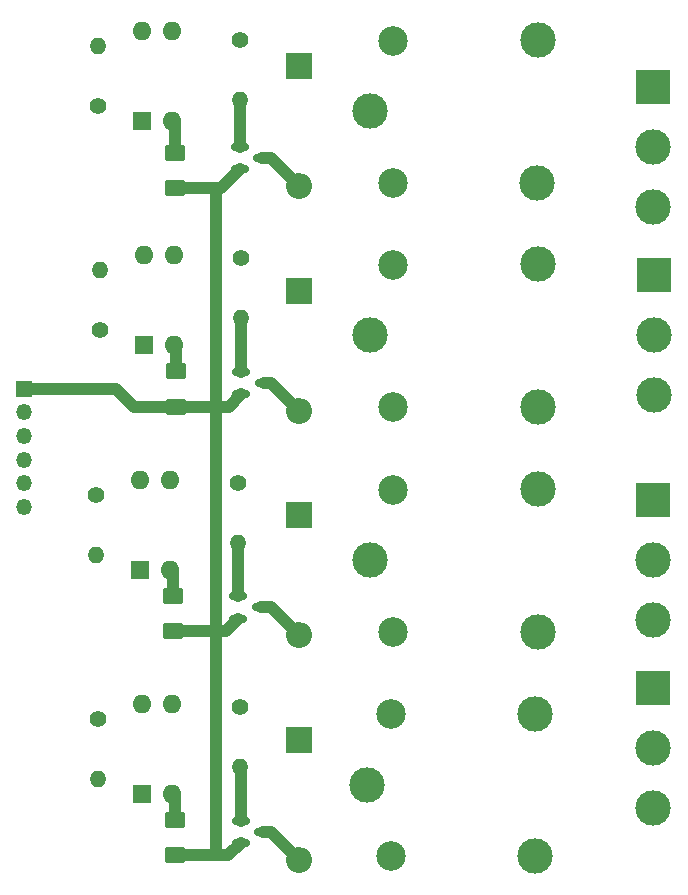
<source format=gtl>
G04 #@! TF.GenerationSoftware,KiCad,Pcbnew,8.0.6*
G04 #@! TF.CreationDate,2025-05-08T21:35:25+02:00*
G04 #@! TF.ProjectId,Relay_board,52656c61-795f-4626-9f61-72642e6b6963,rev?*
G04 #@! TF.SameCoordinates,Original*
G04 #@! TF.FileFunction,Copper,L1,Top*
G04 #@! TF.FilePolarity,Positive*
%FSLAX46Y46*%
G04 Gerber Fmt 4.6, Leading zero omitted, Abs format (unit mm)*
G04 Created by KiCad (PCBNEW 8.0.6) date 2025-05-08 21:35:25*
%MOMM*%
%LPD*%
G01*
G04 APERTURE LIST*
G04 Aperture macros list*
%AMRoundRect*
0 Rectangle with rounded corners*
0 $1 Rounding radius*
0 $2 $3 $4 $5 $6 $7 $8 $9 X,Y pos of 4 corners*
0 Add a 4 corners polygon primitive as box body*
4,1,4,$2,$3,$4,$5,$6,$7,$8,$9,$2,$3,0*
0 Add four circle primitives for the rounded corners*
1,1,$1+$1,$2,$3*
1,1,$1+$1,$4,$5*
1,1,$1+$1,$6,$7*
1,1,$1+$1,$8,$9*
0 Add four rect primitives between the rounded corners*
20,1,$1+$1,$2,$3,$4,$5,0*
20,1,$1+$1,$4,$5,$6,$7,0*
20,1,$1+$1,$6,$7,$8,$9,0*
20,1,$1+$1,$8,$9,$2,$3,0*%
G04 Aperture macros list end*
G04 #@! TA.AperFunction,ComponentPad*
%ADD10C,1.400000*%
G04 #@! TD*
G04 #@! TA.AperFunction,ComponentPad*
%ADD11O,1.400000X1.400000*%
G04 #@! TD*
G04 #@! TA.AperFunction,SMDPad,CuDef*
%ADD12RoundRect,0.250001X0.624999X-0.462499X0.624999X0.462499X-0.624999X0.462499X-0.624999X-0.462499X0*%
G04 #@! TD*
G04 #@! TA.AperFunction,ComponentPad*
%ADD13R,3.000000X3.000000*%
G04 #@! TD*
G04 #@! TA.AperFunction,ComponentPad*
%ADD14C,3.000000*%
G04 #@! TD*
G04 #@! TA.AperFunction,SMDPad,CuDef*
%ADD15RoundRect,0.150000X-0.587500X-0.150000X0.587500X-0.150000X0.587500X0.150000X-0.587500X0.150000X0*%
G04 #@! TD*
G04 #@! TA.AperFunction,ComponentPad*
%ADD16R,1.600000X1.600000*%
G04 #@! TD*
G04 #@! TA.AperFunction,ComponentPad*
%ADD17O,1.600000X1.600000*%
G04 #@! TD*
G04 #@! TA.AperFunction,ComponentPad*
%ADD18C,2.500000*%
G04 #@! TD*
G04 #@! TA.AperFunction,ComponentPad*
%ADD19R,2.200000X2.200000*%
G04 #@! TD*
G04 #@! TA.AperFunction,ComponentPad*
%ADD20O,2.200000X2.200000*%
G04 #@! TD*
G04 #@! TA.AperFunction,ComponentPad*
%ADD21R,1.350000X1.350000*%
G04 #@! TD*
G04 #@! TA.AperFunction,ComponentPad*
%ADD22O,1.350000X1.350000*%
G04 #@! TD*
G04 #@! TA.AperFunction,Conductor*
%ADD23C,1.000000*%
G04 #@! TD*
G04 APERTURE END LIST*
D10*
X125125000Y-75460000D03*
D11*
X125125000Y-80540000D03*
D12*
X119612500Y-88000000D03*
X119612500Y-85025000D03*
X119487500Y-126000000D03*
X119487500Y-123025000D03*
D13*
X160050000Y-76870000D03*
D14*
X160050000Y-81950000D03*
X160050000Y-87030000D03*
D15*
X125125000Y-85050000D03*
X125125000Y-86950000D03*
X127000000Y-86000000D03*
D10*
X124810000Y-94460000D03*
D11*
X124810000Y-99540000D03*
D16*
X116725000Y-120800000D03*
D17*
X119265000Y-120800000D03*
X119265000Y-113180000D03*
X116725000Y-113180000D03*
D13*
X160000000Y-60920000D03*
D14*
X160000000Y-66000000D03*
X160000000Y-71080000D03*
X136050000Y-101000000D03*
D18*
X138000000Y-107050000D03*
D14*
X150200000Y-107050000D03*
X150250000Y-95000000D03*
D18*
X138000000Y-95050000D03*
D13*
X160000000Y-111840000D03*
D14*
X160000000Y-116920000D03*
X160000000Y-122000000D03*
D13*
X160000000Y-95920000D03*
D14*
X160000000Y-101000000D03*
X160000000Y-106080000D03*
D15*
X125062500Y-123050000D03*
X125062500Y-124950000D03*
X126937500Y-124000000D03*
D19*
X130000000Y-78190000D03*
D20*
X130000000Y-88350000D03*
D19*
X130000000Y-116190000D03*
D20*
X130000000Y-126350000D03*
D10*
X125000000Y-113460000D03*
D11*
X125000000Y-118540000D03*
D10*
X113000000Y-62540000D03*
D11*
X113000000Y-57460000D03*
D12*
X119297500Y-107000000D03*
X119297500Y-104025000D03*
D10*
X125000000Y-57000000D03*
D11*
X125000000Y-62080000D03*
D10*
X112810000Y-95460000D03*
D11*
X112810000Y-100540000D03*
D14*
X136000000Y-63000000D03*
D18*
X137950000Y-69050000D03*
D14*
X150150000Y-69050000D03*
X150200000Y-57000000D03*
D18*
X137950000Y-57050000D03*
D16*
X116850000Y-82800000D03*
D17*
X119390000Y-82800000D03*
X119390000Y-75180000D03*
X116850000Y-75180000D03*
D19*
X130000000Y-97190000D03*
D20*
X130000000Y-107350000D03*
D14*
X136050000Y-81950000D03*
D18*
X138000000Y-88000000D03*
D14*
X150200000Y-88000000D03*
X150250000Y-75950000D03*
D18*
X138000000Y-76000000D03*
D12*
X119512500Y-69487500D03*
X119512500Y-66512500D03*
D10*
X113000000Y-114460000D03*
D11*
X113000000Y-119540000D03*
D19*
X130000000Y-59190000D03*
D20*
X130000000Y-69350000D03*
D15*
X125000000Y-66000000D03*
X125000000Y-67900000D03*
X126875000Y-66950000D03*
D10*
X113125000Y-81540000D03*
D11*
X113125000Y-76460000D03*
D16*
X116725000Y-63800000D03*
D17*
X119265000Y-63800000D03*
X119265000Y-56180000D03*
X116725000Y-56180000D03*
D14*
X135800000Y-120000000D03*
D18*
X137750000Y-126050000D03*
D14*
X149950000Y-126050000D03*
X150000000Y-114000000D03*
D18*
X137750000Y-114050000D03*
D16*
X116535000Y-101800000D03*
D17*
X119075000Y-101800000D03*
X119075000Y-94180000D03*
X116535000Y-94180000D03*
D21*
X106750000Y-86500000D03*
D22*
X106750000Y-88500000D03*
X106750000Y-90500000D03*
X106750000Y-92500000D03*
X106750000Y-94500000D03*
X106750000Y-96500000D03*
D15*
X124872500Y-104050000D03*
X124872500Y-105950000D03*
X126747500Y-105000000D03*
D23*
X126875000Y-66950000D02*
X127600000Y-66950000D01*
X127600000Y-66950000D02*
X130000000Y-69350000D01*
X119512500Y-64047500D02*
X119265000Y-63800000D01*
X119512500Y-66512500D02*
X119512500Y-64047500D01*
X124075000Y-88000000D02*
X125125000Y-86950000D01*
X116000000Y-88000000D02*
X114500000Y-86500000D01*
X124012500Y-126000000D02*
X125062500Y-124950000D01*
X123000000Y-88000000D02*
X123000000Y-107000000D01*
X123822500Y-107000000D02*
X124872500Y-105950000D01*
X123412500Y-69487500D02*
X125000000Y-67900000D01*
X123000000Y-126000000D02*
X124012500Y-126000000D01*
X123000000Y-69487500D02*
X123412500Y-69487500D01*
X123000000Y-88000000D02*
X123000000Y-69487500D01*
X123000000Y-107000000D02*
X123822500Y-107000000D01*
X119512500Y-69487500D02*
X123000000Y-69487500D01*
X114500000Y-86500000D02*
X106750000Y-86500000D01*
X119487500Y-126000000D02*
X123000000Y-126000000D01*
X119297500Y-107000000D02*
X123000000Y-107000000D01*
X123000000Y-88000000D02*
X124075000Y-88000000D01*
X119612500Y-88000000D02*
X116000000Y-88000000D01*
X123000000Y-107000000D02*
X123000000Y-126000000D01*
X119612500Y-88000000D02*
X123000000Y-88000000D01*
X119612500Y-85025000D02*
X119612500Y-83022500D01*
X119612500Y-83022500D02*
X119390000Y-82800000D01*
X127650000Y-86000000D02*
X130000000Y-88350000D01*
X127000000Y-86000000D02*
X127650000Y-86000000D01*
X119297500Y-102022500D02*
X119075000Y-101800000D01*
X119297500Y-104025000D02*
X119297500Y-102022500D01*
X126747500Y-105000000D02*
X127650000Y-105000000D01*
X127650000Y-105000000D02*
X130000000Y-107350000D01*
X119487500Y-123025000D02*
X119487500Y-121022500D01*
X119487500Y-121022500D02*
X119265000Y-120800000D01*
X126937500Y-124000000D02*
X127650000Y-124000000D01*
X127650000Y-124000000D02*
X130000000Y-126350000D01*
X125125000Y-85050000D02*
X125125000Y-80540000D01*
X125000000Y-66000000D02*
X125000000Y-62080000D01*
X124872500Y-104050000D02*
X124872500Y-99602500D01*
X124872500Y-99602500D02*
X124810000Y-99540000D01*
X125062500Y-123050000D02*
X125062500Y-118602500D01*
X125062500Y-118602500D02*
X125000000Y-118540000D01*
M02*

</source>
